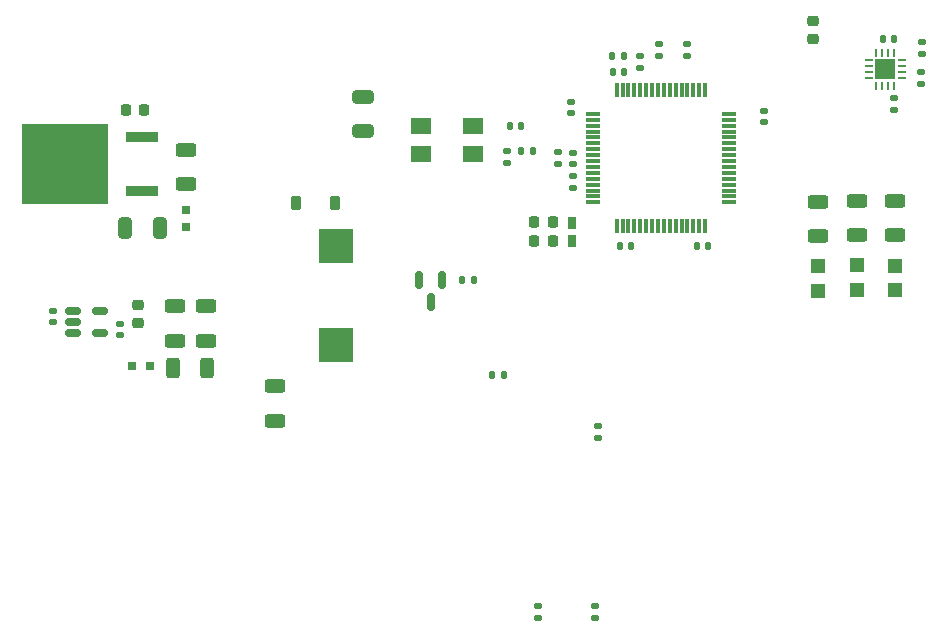
<source format=gbr>
%TF.GenerationSoftware,KiCad,Pcbnew,8.0.6*%
%TF.CreationDate,2025-03-03T18:48:19-05:00*%
%TF.ProjectId,receiver,72656365-6976-4657-922e-6b696361645f,rev?*%
%TF.SameCoordinates,Original*%
%TF.FileFunction,Paste,Top*%
%TF.FilePolarity,Positive*%
%FSLAX46Y46*%
G04 Gerber Fmt 4.6, Leading zero omitted, Abs format (unit mm)*
G04 Created by KiCad (PCBNEW 8.0.6) date 2025-03-03 18:48:19*
%MOMM*%
%LPD*%
G01*
G04 APERTURE LIST*
G04 Aperture macros list*
%AMRoundRect*
0 Rectangle with rounded corners*
0 $1 Rounding radius*
0 $2 $3 $4 $5 $6 $7 $8 $9 X,Y pos of 4 corners*
0 Add a 4 corners polygon primitive as box body*
4,1,4,$2,$3,$4,$5,$6,$7,$8,$9,$2,$3,0*
0 Add four circle primitives for the rounded corners*
1,1,$1+$1,$2,$3*
1,1,$1+$1,$4,$5*
1,1,$1+$1,$6,$7*
1,1,$1+$1,$8,$9*
0 Add four rect primitives between the rounded corners*
20,1,$1+$1,$2,$3,$4,$5,0*
20,1,$1+$1,$4,$5,$6,$7,0*
20,1,$1+$1,$6,$7,$8,$9,0*
20,1,$1+$1,$8,$9,$2,$3,0*%
G04 Aperture macros list end*
%ADD10RoundRect,0.150000X-0.512500X-0.150000X0.512500X-0.150000X0.512500X0.150000X-0.512500X0.150000X0*%
%ADD11RoundRect,0.225000X0.225000X0.250000X-0.225000X0.250000X-0.225000X-0.250000X0.225000X-0.250000X0*%
%ADD12RoundRect,0.140000X-0.140000X-0.170000X0.140000X-0.170000X0.140000X0.170000X-0.140000X0.170000X0*%
%ADD13R,0.711200X0.254000*%
%ADD14R,0.254000X0.711200*%
%ADD15R,1.676400X1.676400*%
%ADD16R,0.800000X0.800000*%
%ADD17RoundRect,0.140000X-0.170000X0.140000X-0.170000X-0.140000X0.170000X-0.140000X0.170000X0.140000X0*%
%ADD18R,3.000000X3.000000*%
%ADD19RoundRect,0.135000X-0.135000X-0.185000X0.135000X-0.185000X0.135000X0.185000X-0.135000X0.185000X0*%
%ADD20RoundRect,0.140000X0.140000X0.170000X-0.140000X0.170000X-0.140000X-0.170000X0.140000X-0.170000X0*%
%ADD21R,1.200000X1.200000*%
%ADD22RoundRect,0.135000X0.185000X-0.135000X0.185000X0.135000X-0.185000X0.135000X-0.185000X-0.135000X0*%
%ADD23RoundRect,0.250000X-0.625000X0.312500X-0.625000X-0.312500X0.625000X-0.312500X0.625000X0.312500X0*%
%ADD24RoundRect,0.140000X0.170000X-0.140000X0.170000X0.140000X-0.170000X0.140000X-0.170000X-0.140000X0*%
%ADD25RoundRect,0.250000X0.625000X-0.312500X0.625000X0.312500X-0.625000X0.312500X-0.625000X-0.312500X0*%
%ADD26RoundRect,0.135000X-0.185000X0.135000X-0.185000X-0.135000X0.185000X-0.135000X0.185000X0.135000X0*%
%ADD27RoundRect,0.250000X0.312500X0.625000X-0.312500X0.625000X-0.312500X-0.625000X0.312500X-0.625000X0*%
%ADD28RoundRect,0.250000X-0.325000X-0.650000X0.325000X-0.650000X0.325000X0.650000X-0.325000X0.650000X0*%
%ADD29RoundRect,0.225000X-0.225000X-0.375000X0.225000X-0.375000X0.225000X0.375000X-0.225000X0.375000X0*%
%ADD30RoundRect,0.150000X-0.150000X0.587500X-0.150000X-0.587500X0.150000X-0.587500X0.150000X0.587500X0*%
%ADD31R,1.193800X0.304800*%
%ADD32R,0.304800X1.193800*%
%ADD33RoundRect,0.225000X-0.250000X0.225000X-0.250000X-0.225000X0.250000X-0.225000X0.250000X0.225000X0*%
%ADD34RoundRect,0.135000X0.135000X0.185000X-0.135000X0.185000X-0.135000X-0.185000X0.135000X-0.185000X0*%
%ADD35RoundRect,0.250000X-0.650000X0.325000X-0.650000X-0.325000X0.650000X-0.325000X0.650000X0.325000X0*%
%ADD36R,0.800000X1.000000*%
%ADD37R,1.800000X1.400000*%
%ADD38R,2.794000X0.939800*%
%ADD39R,7.239000X6.832600*%
G04 APERTURE END LIST*
D10*
%TO.C,U3*%
X108314821Y-98813395D03*
X108314821Y-99763395D03*
X108314821Y-100713395D03*
X110589821Y-100713395D03*
X110589821Y-98813395D03*
%TD*%
D11*
%TO.C,STM_C9*%
X148955222Y-92914887D03*
X147405222Y-92914887D03*
%TD*%
D12*
%TO.C,CSTL_C1*%
X145317302Y-83159773D03*
X146277302Y-83159773D03*
%TD*%
D13*
%TO.C,U4*%
X175719419Y-77623457D03*
X175719419Y-78123458D03*
X175719419Y-78623458D03*
X175719419Y-79123459D03*
D14*
X176366418Y-79770458D03*
X176866419Y-79770458D03*
X177366419Y-79770458D03*
X177866420Y-79770458D03*
D13*
X178513419Y-79123459D03*
X178513419Y-78623458D03*
X178513419Y-78123458D03*
X178513419Y-77623457D03*
D14*
X177866420Y-76976458D03*
X177366419Y-76976458D03*
X176866419Y-76976458D03*
X176366418Y-76976458D03*
D15*
X177116419Y-78373458D03*
%TD*%
D16*
%TO.C,PWR_D2*%
X113353128Y-103519171D03*
X114853128Y-103519171D03*
%TD*%
D17*
%TO.C,PWR_C4*%
X106681187Y-98820277D03*
X106681187Y-99780277D03*
%TD*%
D18*
%TO.C,BZ1*%
X130649833Y-101763250D03*
X130649833Y-93363250D03*
%TD*%
D19*
%TO.C,BUT_R1*%
X143846547Y-104296696D03*
X144866547Y-104296696D03*
%TD*%
D17*
%TO.C,MLX_C1*%
X177869013Y-80844887D03*
X177869013Y-81804887D03*
%TD*%
D20*
%TO.C,STM_C3*%
X155600749Y-93325498D03*
X154640749Y-93325498D03*
%TD*%
D21*
%TO.C,D3*%
X177972188Y-97094202D03*
X177972188Y-94994202D03*
%TD*%
D20*
%TO.C,STM_C4*%
X162102231Y-93343763D03*
X161142231Y-93343763D03*
%TD*%
D12*
%TO.C,STM_C1*%
X154049054Y-78594732D03*
X155009054Y-78594732D03*
%TD*%
D22*
%TO.C,S_R1*%
X149419988Y-86415667D03*
X149419988Y-85395667D03*
%TD*%
D11*
%TO.C,STM_C8*%
X148964259Y-91320267D03*
X147414259Y-91320267D03*
%TD*%
D23*
%TO.C,LED_R1*%
X171444382Y-89602577D03*
X171444382Y-92527577D03*
%TD*%
D24*
%TO.C,PWR_C5*%
X112305458Y-100875165D03*
X112305458Y-99915165D03*
%TD*%
D23*
%TO.C,PWR_R1*%
X117907483Y-85186988D03*
X117907483Y-88111988D03*
%TD*%
D25*
%TO.C,BUZ_R1*%
X125456681Y-108147091D03*
X125456681Y-105222091D03*
%TD*%
D19*
%TO.C,S_R4*%
X146282778Y-85264942D03*
X147302778Y-85264942D03*
%TD*%
D17*
%TO.C,S_C10*%
X150667053Y-85425431D03*
X150667053Y-86385431D03*
%TD*%
D26*
%TO.C,I2C_R2*%
X160300519Y-76238048D03*
X160300519Y-77258048D03*
%TD*%
D27*
%TO.C,PWR_R4*%
X119727314Y-103633713D03*
X116802314Y-103633713D03*
%TD*%
D26*
%TO.C,STM_R2*%
X156380150Y-77268722D03*
X156380150Y-78288722D03*
%TD*%
D22*
%TO.C,BUT_R4*%
X152560448Y-124807293D03*
X152560448Y-123787293D03*
%TD*%
D24*
%TO.C,S_C7*%
X150669133Y-88387129D03*
X150669133Y-87427129D03*
%TD*%
D16*
%TO.C,PWR_D1*%
X117911156Y-91756319D03*
X117911156Y-90256319D03*
%TD*%
D23*
%TO.C,LED_R2*%
X174689472Y-89515365D03*
X174689472Y-92440365D03*
%TD*%
%TO.C,PWR_R3*%
X119582044Y-98429514D03*
X119582044Y-101354514D03*
%TD*%
%TO.C,PWR_R2*%
X117004854Y-98429514D03*
X117004854Y-101354514D03*
%TD*%
D21*
%TO.C,D2*%
X174686024Y-97071779D03*
X174686024Y-94971779D03*
%TD*%
D23*
%TO.C,LED_R3*%
X177954400Y-89508603D03*
X177954400Y-92433603D03*
%TD*%
D26*
%TO.C,I2C_R1*%
X157918528Y-76270201D03*
X157918528Y-77290201D03*
%TD*%
D22*
%TO.C,BUT_R3*%
X152800916Y-109605109D03*
X152800916Y-108585109D03*
%TD*%
D28*
%TO.C,PWR_C1*%
X112760277Y-91797018D03*
X115710277Y-91797018D03*
%TD*%
D29*
%TO.C,BUZ_D1*%
X127237611Y-89681145D03*
X130537611Y-89681145D03*
%TD*%
D24*
%TO.C,S_C2*%
X150483023Y-82114002D03*
X150483023Y-81154002D03*
%TD*%
D30*
%TO.C,Q1*%
X138611808Y-98070991D03*
X139561808Y-96195991D03*
X137661808Y-96195991D03*
%TD*%
D22*
%TO.C,MLX_R1*%
X180226624Y-77094622D03*
X180226624Y-76074622D03*
%TD*%
D31*
%TO.C,U1*%
X152366799Y-82147422D03*
X152366799Y-82647421D03*
X152366799Y-83147422D03*
X152366799Y-83647421D03*
X152366799Y-84147423D03*
X152366799Y-84647422D03*
X152366799Y-85147421D03*
X152366799Y-85647422D03*
X152366799Y-86147422D03*
X152366799Y-86647423D03*
X152366799Y-87147422D03*
X152366799Y-87647421D03*
X152366799Y-88147423D03*
X152366799Y-88647422D03*
X152366799Y-89147423D03*
X152366799Y-89647422D03*
D32*
X154366798Y-91647421D03*
X154866797Y-91647421D03*
X155366798Y-91647421D03*
X155866797Y-91647421D03*
X156366799Y-91647421D03*
X156866798Y-91647421D03*
X157366797Y-91647421D03*
X157866798Y-91647421D03*
X158366798Y-91647421D03*
X158866799Y-91647421D03*
X159366798Y-91647421D03*
X159866797Y-91647421D03*
X160366799Y-91647421D03*
X160866798Y-91647421D03*
X161366799Y-91647421D03*
X161866798Y-91647421D03*
D31*
X163866797Y-89647422D03*
X163866797Y-89147423D03*
X163866797Y-88647422D03*
X163866797Y-88147423D03*
X163866797Y-87647421D03*
X163866797Y-87147422D03*
X163866797Y-86647423D03*
X163866797Y-86147422D03*
X163866797Y-85647422D03*
X163866797Y-85147421D03*
X163866797Y-84647422D03*
X163866797Y-84147423D03*
X163866797Y-83647421D03*
X163866797Y-83147422D03*
X163866797Y-82647421D03*
X163866797Y-82147422D03*
D32*
X161866798Y-80147423D03*
X161366799Y-80147423D03*
X160866798Y-80147423D03*
X160366799Y-80147423D03*
X159866797Y-80147423D03*
X159366798Y-80147423D03*
X158866799Y-80147423D03*
X158366798Y-80147423D03*
X157866798Y-80147423D03*
X157366797Y-80147423D03*
X156866798Y-80147423D03*
X156366799Y-80147423D03*
X155866797Y-80147423D03*
X155366798Y-80147423D03*
X154866797Y-80147423D03*
X154366798Y-80147423D03*
%TD*%
D33*
%TO.C,MLX_C3*%
X171019801Y-74252401D03*
X171019801Y-75802401D03*
%TD*%
D34*
%TO.C,STM_R3*%
X155020958Y-77284395D03*
X154000958Y-77284395D03*
%TD*%
D26*
%TO.C,MLX_R2*%
X180177236Y-78582262D03*
X180177236Y-79602262D03*
%TD*%
D33*
%TO.C,PWR_C3*%
X113810283Y-98334129D03*
X113810283Y-99884129D03*
%TD*%
D21*
%TO.C,D1*%
X171434291Y-97144398D03*
X171434291Y-95044398D03*
%TD*%
D11*
%TO.C,PWR_C2*%
X114349877Y-81846789D03*
X112799877Y-81846789D03*
%TD*%
D12*
%TO.C,MLX_C2*%
X176881766Y-75807249D03*
X177841766Y-75807249D03*
%TD*%
D17*
%TO.C,CSTL_C2*%
X145125495Y-85313305D03*
X145125495Y-86273305D03*
%TD*%
D35*
%TO.C,STM_C6*%
X132899705Y-80685496D03*
X132899705Y-83635496D03*
%TD*%
D17*
%TO.C,STM_C5*%
X166840406Y-81899607D03*
X166840406Y-82859607D03*
%TD*%
D36*
%TO.C,FB1*%
X150600285Y-92956192D03*
X150600285Y-91356192D03*
%TD*%
D37*
%TO.C,Y1*%
X137845136Y-83184038D03*
X137845136Y-85584038D03*
X142245136Y-85584038D03*
X142245136Y-83184038D03*
%TD*%
D34*
%TO.C,BUZ_R2*%
X142276008Y-96224213D03*
X141256008Y-96224213D03*
%TD*%
D22*
%TO.C,BUT_R2*%
X147720677Y-124807293D03*
X147720677Y-123787293D03*
%TD*%
D38*
%TO.C,U2*%
X114208585Y-88696382D03*
D39*
X107693485Y-86406381D03*
D38*
X114208585Y-84116380D03*
%TD*%
M02*

</source>
